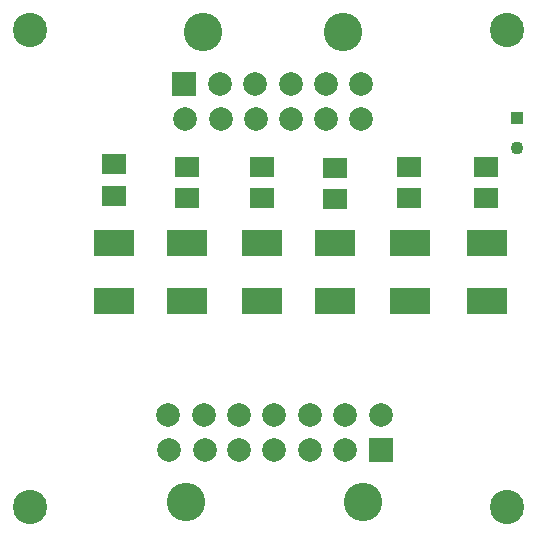
<source format=gts>
G04*
G04 #@! TF.GenerationSoftware,Altium Limited,Altium Designer,19.1.7 (138)*
G04*
G04 Layer_Color=8388736*
%FSLAX25Y25*%
%MOIN*%
G70*
G01*
G75*
%ADD15R,0.13202X0.08517*%
%ADD16R,0.08083X0.06706*%
%ADD17C,0.12800*%
%ADD18C,0.07887*%
%ADD19R,0.07887X0.07887*%
%ADD20C,0.04343*%
%ADD21R,0.04343X0.04343*%
%ADD22C,0.11430*%
D15*
X138583Y80512D02*
D03*
Y99803D02*
D03*
X39764D02*
D03*
Y80512D02*
D03*
X64173D02*
D03*
Y99803D02*
D03*
X89134D02*
D03*
Y80512D02*
D03*
X113386D02*
D03*
Y99803D02*
D03*
X164173Y80512D02*
D03*
Y99803D02*
D03*
D16*
X39764Y126083D02*
D03*
Y115650D02*
D03*
X163784Y114862D02*
D03*
Y125295D02*
D03*
X138189Y125197D02*
D03*
Y114764D02*
D03*
X113386Y114370D02*
D03*
Y124803D02*
D03*
X89138Y125295D02*
D03*
Y114862D02*
D03*
X64256Y114862D02*
D03*
Y125295D02*
D03*
D17*
X63874Y13620D02*
D03*
X122774D02*
D03*
X116142Y170079D02*
D03*
X69342D02*
D03*
D18*
X128740Y42520D02*
D03*
X116929Y30709D02*
D03*
X81496D02*
D03*
X105118Y42520D02*
D03*
X70079Y30709D02*
D03*
X58268D02*
D03*
X57874Y42520D02*
D03*
X116929D02*
D03*
X93307D02*
D03*
X81496D02*
D03*
X69685D02*
D03*
X93307Y30709D02*
D03*
X105118D02*
D03*
X122297Y141168D02*
D03*
X75546Y141268D02*
D03*
X98675Y141168D02*
D03*
X110486Y152979D02*
D03*
X87257Y141168D02*
D03*
X63635D02*
D03*
X122297Y152979D02*
D03*
X98675D02*
D03*
X86864D02*
D03*
X75053D02*
D03*
X110486Y141168D02*
D03*
D19*
X128774Y30720D02*
D03*
X63242Y152979D02*
D03*
D20*
X174016Y131496D02*
D03*
D21*
Y141339D02*
D03*
D22*
X11811Y170866D02*
D03*
Y11811D02*
D03*
X170866D02*
D03*
Y170866D02*
D03*
M02*

</source>
